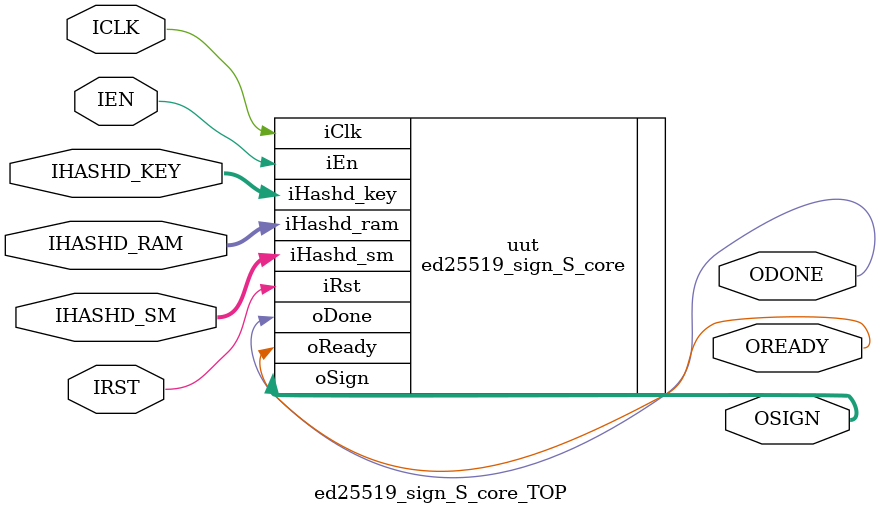
<source format=v>
module ed25519_sign_S_core_TOP (
	input			ICLK,
	input			IRST,
	input			IEN,
	output			OREADY,
	output			ODONE,
	input	[250:0]	IHASHD_KEY,
	input	[511:0]	IHASHD_RAM,
	input	[511:0]	IHASHD_SM,
	output	[252:0]	OSIGN
);

ed25519_sign_S_core uut (
	.iClk			(ICLK),
	.iRst			(IRST),
	.iEn			(IEN),
	.oReady			(OREADY),
	.oDone			(ODONE),
	.iHashd_key		(IHASHD_KEY),
	.iHashd_ram		(IHASHD_RAM),
	.iHashd_sm		(IHASHD_SM),
	.oSign			(OSIGN)
);
 
endmodule

</source>
